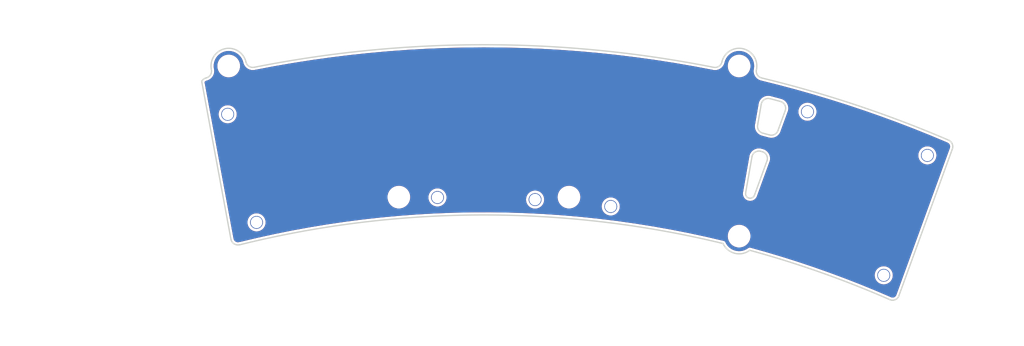
<source format=kicad_pcb>
(kicad_pcb (version 20211014) (generator pcbnew)
  (title_block (rev "1") (company "@e3w2q"))
  (layers (0 "F.Cu" signal) (31 "B.Cu" signal) (34 "B.Paste" user) (35 "F.Paste" user) (36 "B.SilkS" user "B.Silkscreen") (37 "F.SilkS" user "F.Silkscreen") (38 "B.Mask" user) (39 "F.Mask" user) (44 "Edge.Cuts" user))
  (net 0 "")
  (footprint "#footprint:M2_Hole" (layer "F.Cu") (at 48.31571 29.960338)
    (fp_text reference "H10" hide)
    (fp_text value "MountingHole" hide)
    (pad "" np_thru_hole circle (at 0 0) (size 1.95 1.95) (drill 1.95) (layers F&B.Cu *.Mask))
  )
  (footprint "#footprint:M2_Hole" (layer "F.Cu") (at 86.415712 44.644708)
    (fp_text reference "H9" hide)
    (fp_text value "MountingHole" hide)
    (pad "" np_thru_hole circle (at 0 0) (size 1.95 1.95) (drill 1.95) (layers F&B.Cu *.Mask))
  )
  (footprint "#footprint:M2_Hole" (layer "F.Cu") (at 105.46571 49.010335)
    (fp_text reference "H8" hide)
    (fp_text value "MountingHole" hide)
    (pad "" np_thru_hole circle (at 0 0) (size 1.95 1.95) (drill 1.95) (layers F&B.Cu *.Mask))
  )
  (footprint "#footprint:M2_Hole" (layer "F.Cu") (at 48.315705 49.010338)
    (fp_text reference "H9" hide)
    (fp_text value "MountingHole" hide)
  )
  (footprint "#footprint:M2_Hole" (layer "F.Cu") (at 105.465707 29.960329)
    (fp_text reference "H7" hide)
    (fp_text value "MountingHole" hide)
    (pad "" np_thru_hole circle (at 0 0) (size 1.95 1.95) (drill 1.95) (layers F&B.Cu *.Mask))
  )
  (footprint "#footprint:M2_Hole" (layer "F.Cu") (at 67.365713 44.64471)
    (fp_text reference "H9" hide)
    (fp_text value "MountingHole" hide)
    (pad "" np_thru_hole circle (at 0 0) (size 1.95 1.95) (drill 1.95) (layers F&B.Cu *.Mask))
  )
  (footprint "" (layer "F.Cu") (at 113.116376 35.081916)
    (fp_text reference "" (at 0 0) (layer "F.SilkS") (effects (font (size 1.27 1.27))))
    (fp_text value "" (at 0 0) (layer "F.SilkS") (effects (font (size 1.27 1.27))))
    (pad "" thru_hole circle (at 0 0) (size 1.43 1.43) (drill 1.28) (layers *.Cu *.Mask))
  )
  (footprint "" (layer "F.Cu") (at 121.6573 53.397656)
    (fp_text reference "" (at 0 0) (layer "F.SilkS") (effects (font (size 1.27 1.27))))
    (fp_text value "" (at 0 0) (layer "F.SilkS") (effects (font (size 1.27 1.27))))
    (pad "" thru_hole circle (at 0 0) (size 1.43 1.43) (drill 1.28) (layers *.Cu *.Mask))
  )
  (footprint "" (layer "F.Cu") (at 126.543025 39.970998)
    (fp_text reference "" (at 0 0) (layer "F.SilkS") (effects (font (size 1.27 1.27))))
    (fp_text value "" (at 0 0) (layer "F.SilkS") (effects (font (size 1.27 1.27))))
    (pad "" thru_hole circle (at 0 0) (size 1.43 1.43) (drill 1.28) (layers *.Cu *.Mask))
    (pad "" thru_hole circle (at -75.113025 7.499002) (size 1.43 1.43) (drill 1.28) (layers *.Cu *.Mask))
    (pad "" thru_hole circle (at -78.343025 -4.600998) (size 1.43 1.43) (drill 1.28) (layers *.Cu *.Mask))
    (pad "" thru_hole circle (at -54.853025 4.709002) (size 1.43 1.43) (drill 1.28) (layers *.Cu *.Mask))
    (pad "" thru_hole circle (at -43.923025 4.949002) (size 1.43 1.43) (drill 1.28) (layers *.Cu *.Mask))
    (pad "" thru_hole circle (at -35.453025 5.719002) (size 1.43 1.43) (drill 1.28) (layers *.Cu *.Mask))
  )
  (gr_arc (start 51.155458 30.108701) (mid 76.890682 27.578797) (end 102.625627 30.111534) (layer "Edge.Cuts") (width 0.15))
  (gr_arc (start 107.187663 44.411063) (mid 106.583005 44.752101) (end 106.192888 44.177814) (layer "Edge.Cuts") (width 0.15))
  (gr_arc (start 51.155458 30.108701) (mid 50.562356 29.97721) (end 50.235935 29.464844) (layer "Edge.Cuts") (width 0.15))
  (gr_arc (start 109.836917 37.119203) (mid 109.467083 37.601147) (end 108.864777 37.680471) (layer "Edge.Cuts") (width 0.15))
  (gr_line (start 129.353336 39.22317) (end 123.33571 55.744287) (layer "Edge.Cuts") (width 0.15))
  (gr_arc (start 107.975941 31.296961) (mid 107.493988 30.927125) (end 107.414675 30.324821) (layer "Edge.Cuts") (width 0.15))
  (gr_arc (start 103.54515 29.467677) (mid 103.218735 29.980054) (end 102.625627 30.111534) (layer "Edge.Cuts") (width 0.15))
  (gr_arc (start 123.33571 55.744287) (mid 122.914926 56.142343) (end 122.336054 56.122529) (layer "Edge.Cuts") (width 0.15))
  (gr_arc (start 108.111355 37.478592) (mid 107.62937 37.108774) (end 107.550087 36.50645) (layer "Edge.Cuts") (width 0.15))
  (gr_arc (start 106.656396 50.597833) (mid 114.59726 53.073436) (end 122.336056 56.122529) (layer "Edge.Cuts") (width 0.15))
  (gr_arc (start 110.086721 33.931488) (mid 110.568681 34.301327) (end 110.647988 34.903633) (layer "Edge.Cuts") (width 0.15))
  (gr_line (start 106.192888 44.177814) (end 106.915188 40.073676) (layer "Edge.Cuts") (width 0.15))
  (gr_arc (start 46.36641 30.321988) (mid 47.887228 28.024709) (end 50.235935 29.464844) (layer "Edge.Cuts") (width 0.15))
  (gr_arc (start 103.545149 29.467677) (mid 105.894437 28.024897) (end 107.414675 30.324821) (layer "Edge.Cuts") (width 0.15))
  (gr_line (start 108.111355 37.478592) (end 108.864776 37.680468) (layer "Edge.Cuts") (width 0.15))
  (gr_line (start 107.187664 44.411063) (end 108.603144 40.525963) (layer "Edge.Cuts") (width 0.15))
  (gr_arc (start 107.955468 34.182172) (mid 108.3253 33.700187) (end 108.927609 33.620905) (layer "Edge.Cuts") (width 0.15))
  (gr_arc (start 106.656396 50.597833) (mid 104.978142 50.933953) (end 103.662664 49.838917) (layer "Edge.Cuts") (width 0.15))
  (gr_arc (start 108.041877 39.553819) (mid 108.523853 39.923633) (end 108.603145 40.525961) (layer "Edge.Cuts") (width 0.15))
  (gr_line (start 108.927609 33.620906) (end 110.086721 33.931488) (layer "Edge.Cuts") (width 0.15))
  (gr_line (start 109.836917 37.119203) (end 110.647986 34.90363) (layer "Edge.Cuts") (width 0.15))
  (gr_line (start 107.955468 34.182172) (end 107.550088 36.506448) (layer "Edge.Cuts") (width 0.15))
  (gr_line (start 107.88733 39.51241) (end 108.041877 39.553819) (layer "Edge.Cuts") (width 0.15))
  (gr_arc (start 49.547957 49.970817) (mid 48.945643 49.891525) (end 48.575817 49.409551) (layer "Edge.Cuts") (width 0.15))
  (gr_arc (start 49.547957 49.981534) (mid 76.59607 46.642917) (end 103.662664 49.838915) (layer "Edge.Cuts") (width 0.15))
  (gr_arc (start 46.36641 30.321988) (mid 46.287118 30.924302) (end 45.805144 31.294128) (layer "Edge.Cuts") (width 0.15))
  (gr_arc (start 106.915188 40.073676) (mid 107.28502 39.591699) (end 107.88733 39.51241) (layer "Edge.Cuts") (width 0.15))
  (gr_arc (start 107.975941 31.296961) (mid 118.608202 34.345148) (end 128.947025 38.275177) (layer "Edge.Cuts") (width 0.15))
  (gr_line (start 48.575817 49.421534) (end 45.286888 31.667349) (layer "Edge.Cuts") (width 0.15))
  (gr_arc (start 128.947026 38.275176) (mid 129.32662 38.67355) (end 129.353336 39.22317) (layer "Edge.Cuts") (width 0.15))
  (gr_arc (start 45.286888 31.667349) (mid 45.509494 31.430027) (end 45.805144 31.294128) (layer "Edge.Cuts") (width 0.15))
  (zone (net 0) (net_name "") (layers F&B.Cu) (connect_pads (clearance 0.3)) (min_thickness 0.254) (fill yes (thermal_gap 0.508) (thermal_bridge_width 0.508))
    (polygon (pts (xy 137.378763 61.344524) (xy 22.706888 61.344524) (xy 22.706888 22.572024) (xy 137.378763 22.572024)))
  )
)
</source>
